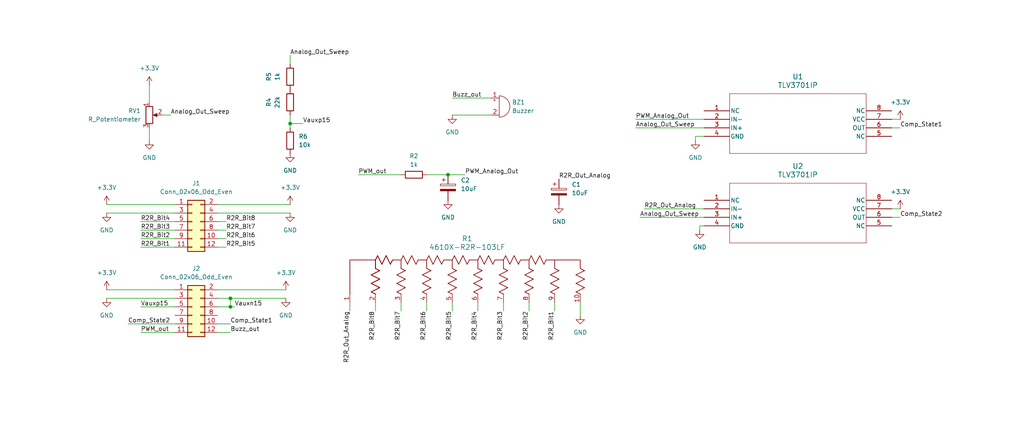
<source format=kicad_sch>
(kicad_sch (version 20250114) (generator "eeschema") (generator_version "9.0")
  (paper "User" 304.8 127)
  (lib_symbols
    (symbol "4610X-R2R-103LF:4610X-R2R-103LF" (pin_names (offset 0.254))
      (property "Reference" "R" (at 30.48 20.32 0))
      (property "Value" "4610X-R2R-103LF" (at 30.48 17.78 0))
      (symbol "4610X-R2R-103LF_0_1"
        (polyline (pts (xy 0 12.7) (xy 7.62 12.7)) (stroke (width 0.2032)))
        (polyline (pts (xy 0 2.54) (xy 0 12.7)) (stroke (width 0.2032)))
        (polyline (pts (xy 6.35 8.255) (xy 8.89 6.985)) (stroke (width 0.2032)))
        (polyline (pts (xy 6.35 8.255) (xy 8.89 6.985)) (stroke (width 0.2032)))
        (polyline (pts (xy 6.35 5.715) (xy 8.89 4.445)) (stroke (width 0.2032)))
        (polyline (pts (xy 6.35 5.715) (xy 8.89 4.445)) (stroke (width 0.2032)))
        (polyline (pts (xy 6.35 3.175) (xy 7.62 2.54)) (stroke (width 0.2032)))
        (polyline (pts (xy 6.35 3.175) (xy 7.62 2.54)) (stroke (width 0.2032)))
        (polyline (pts (xy 7.62 12.7) (xy 7.62 10.16)) (stroke (width 0.2032)))
        (polyline (pts (xy 7.62 12.7) (xy 7.62 10.16)) (stroke (width 0.2032)))
        (polyline (pts (xy 7.62 12.7) (xy 8.255 13.97)) (stroke (width 0.2032)))
        (polyline (pts (xy 7.62 12.7) (xy 8.255 13.97)) (stroke (width 0.2032)))
        (polyline (pts (xy 7.62 10.16) (xy 8.89 9.525)) (stroke (width 0.2032)))
        (polyline (pts (xy 7.62 10.16) (xy 8.89 9.525)) (stroke (width 0.2032)))
        (polyline (pts (xy 8.255 13.97) (xy 9.525 11.43)) (stroke (width 0.2032)))
        (polyline (pts (xy 8.255 13.97) (xy 9.525 11.43)) (stroke (width 0.2032)))
        (polyline (pts (xy 8.89 9.525) (xy 6.35 8.255)) (stroke (width 0.2032)))
        (polyline (pts (xy 8.89 9.525) (xy 6.35 8.255)) (stroke (width 0.2032)))
        (polyline (pts (xy 8.89 6.985) (xy 6.35 5.715)) (stroke (width 0.2032)))
        (polyline (pts (xy 8.89 6.985) (xy 6.35 5.715)) (stroke (width 0.2032)))
        (polyline (pts (xy 8.89 4.445) (xy 6.35 3.175)) (stroke (width 0.2032)))
        (polyline (pts (xy 8.89 4.445) (xy 6.35 3.175)) (stroke (width 0.2032)))
        (polyline (pts (xy 9.525 11.43) (xy 10.795 13.97)) (stroke (width 0.2032)))
        (polyline (pts (xy 9.525 11.43) (xy 10.795 13.97)) (stroke (width 0.2032)))
        (polyline (pts (xy 10.795 13.97) (xy 12.065 11.43)) (stroke (width 0.2032)))
        (polyline (pts (xy 10.795 13.97) (xy 12.065 11.43)) (stroke (width 0.2032)))
        (polyline (pts (xy 12.065 11.43) (xy 12.7 12.7)) (stroke (width 0.2032)))
        (polyline (pts (xy 12.065 11.43) (xy 12.7 12.7)) (stroke (width 0.2032)))
        (polyline (pts (xy 12.7 12.7) (xy 15.24 12.7)) (stroke (width 0.2032)))
        (polyline (pts (xy 13.97 8.255) (xy 16.51 6.985)) (stroke (width 0.2032)))
        (polyline (pts (xy 13.97 5.715) (xy 16.51 4.445)) (stroke (width 0.2032)))
        (polyline (pts (xy 13.97 3.175) (xy 15.24 2.54)) (stroke (width 0.2032)))
        (polyline (pts (xy 15.24 12.7) (xy 15.24 10.16)) (stroke (width 0.2032)))
        (polyline (pts (xy 15.24 12.7) (xy 15.875 13.97)) (stroke (width 0.2032)))
        (polyline (pts (xy 15.24 10.16) (xy 16.51 9.525)) (stroke (width 0.2032)))
        (polyline (pts (xy 15.875 13.97) (xy 17.145 11.43)) (stroke (width 0.2032)))
        (polyline (pts (xy 16.51 9.525) (xy 13.97 8.255)) (stroke (width 0.2032)))
        (polyline (pts (xy 16.51 6.985) (xy 13.97 5.715)) (stroke (width 0.2032)))
        (polyline (pts (xy 16.51 4.445) (xy 13.97 3.175)) (stroke (width 0.2032)))
        (polyline (pts (xy 17.145 11.43) (xy 18.415 13.97)) (stroke (width 0.2032)))
        (polyline (pts (xy 18.415 13.97) (xy 19.685 11.43)) (stroke (width 0.2032)))
        (polyline (pts (xy 19.685 11.43) (xy 20.32 12.7)) (stroke (width 0.2032)))
        (polyline (pts (xy 20.32 12.7) (xy 22.86 12.7)) (stroke (width 0.2032)))
        (polyline (pts (xy 21.59 8.255) (xy 24.13 6.985)) (stroke (width 0.2032)))
        (polyline (pts (xy 21.59 5.715) (xy 24.13 4.445)) (stroke (width 0.2032)))
        (polyline (pts (xy 21.59 3.175) (xy 22.86 2.54)) (stroke (width 0.2032)))
        (polyline (pts (xy 22.86 12.7) (xy 22.86 10.16)) (stroke (width 0.2032)))
        (polyline (pts (xy 22.86 12.7) (xy 23.495 13.97)) (stroke (width 0.2032)))
        (polyline (pts (xy 22.86 10.16) (xy 24.13 9.525)) (stroke (width 0.2032)))
        (polyline (pts (xy 23.495 13.97) (xy 24.765 11.43)) (stroke (width 0.2032)))
        (polyline (pts (xy 24.13 9.525) (xy 21.59 8.255)) (stroke (width 0.2032)))
        (polyline (pts (xy 24.13 6.985) (xy 21.59 5.715)) (stroke (width 0.2032)))
        (polyline (pts (xy 24.13 4.445) (xy 21.59 3.175)) (stroke (width 0.2032)))
        (polyline (pts (xy 24.765 11.43) (xy 26.035 13.97)) (stroke (width 0.2032)))
        (polyline (pts (xy 26.035 13.97) (xy 27.305 11.43)) (stroke (width 0.2032)))
        (polyline (pts (xy 27.305 11.43) (xy 27.94 12.7)) (stroke (width 0.2032)))
        (polyline (pts (xy 27.94 12.7) (xy 30.48 12.7)) (stroke (width 0.2032)))
        (polyline (pts (xy 29.21 8.255) (xy 31.75 6.985)) (stroke (width 0.2032)))
        (polyline (pts (xy 29.21 5.715) (xy 31.75 4.445)) (stroke (width 0.2032)))
        (polyline (pts (xy 29.21 3.175) (xy 30.48 2.54)) (stroke (width 0.2032)))
        (polyline (pts (xy 30.48 12.7) (xy 30.48 10.16)) (stroke (width 0.2032)))
        (polyline (pts (xy 30.48 12.7) (xy 31.115 13.97)) (stroke (width 0.2032)))
        (polyline (pts (xy 30.48 10.16) (xy 31.75 9.525)) (stroke (width 0.2032)))
        (polyline (pts (xy 31.115 13.97) (xy 32.385 11.43)) (stroke (width 0.2032)))
        (polyline (pts (xy 31.75 9.525) (xy 29.21 8.255)) (stroke (width 0.2032)))
        (polyline (pts (xy 31.75 6.985) (xy 29.21 5.715)) (stroke (width 0.2032)))
        (polyline (pts (xy 31.75 4.445) (xy 29.21 3.175)) (stroke (width 0.2032)))
        (polyline (pts (xy 32.385 11.43) (xy 33.655 13.97)) (stroke (width 0.2032)))
        (polyline (pts (xy 33.655 13.97) (xy 34.925 11.43)) (stroke (width 0.2032)))
        (polyline (pts (xy 34.925 11.43) (xy 35.56 12.7)) (stroke (width 0.2032)))
        (polyline (pts (xy 35.56 12.7) (xy 38.1 12.7)) (stroke (width 0.2032)))
        (polyline (pts (xy 36.83 8.255) (xy 39.37 6.985)) (stroke (width 0.2032)))
        (polyline (pts (xy 36.83 5.715) (xy 39.37 4.445)) (stroke (width 0.2032)))
        (polyline (pts (xy 36.83 3.175) (xy 38.1 2.54)) (stroke (width 0.2032)))
        (polyline (pts (xy 38.1 12.7) (xy 38.1 10.16)) (stroke (width 0.2032)))
        (polyline (pts (xy 38.1 12.7) (xy 38.735 13.97)) (stroke (width 0.2032)))
        (polyline (pts (xy 38.1 10.16) (xy 39.37 9.525)) (stroke (width 0.2032)))
        (polyline (pts (xy 38.735 13.97) (xy 40.005 11.43)) (stroke (width 0.2032)))
        (polyline (pts (xy 39.37 9.525) (xy 36.83 8.255)) (stroke (width 0.2032)))
        (polyline (pts (xy 39.37 6.985) (xy 36.83 5.715)) (stroke (width 0.2032)))
        (polyline (pts (xy 39.37 4.445) (xy 36.83 3.175)) (stroke (width 0.2032)))
        (polyline (pts (xy 40.005 11.43) (xy 41.275 13.97)) (stroke (width 0.2032)))
        (polyline (pts (xy 41.275 13.97) (xy 42.545 11.43)) (stroke (width 0.2032)))
        (polyline (pts (xy 42.545 11.43) (xy 43.18 12.7)) (stroke (width 0.2032)))
        (polyline (pts (xy 43.18 12.7) (xy 45.72 12.7)) (stroke (width 0.2032)))
        (polyline (pts (xy 44.45 8.255) (xy 46.99 6.985)) (stroke (width 0.2032)))
        (polyline (pts (xy 44.45 5.715) (xy 46.99 4.445)) (stroke (width 0.2032)))
        (polyline (pts (xy 44.45 3.175) (xy 45.72 2.54)) (stroke (width 0.2032)))
        (polyline (pts (xy 45.72 12.7) (xy 45.72 10.16)) (stroke (width 0.2032)))
        (polyline (pts (xy 45.72 12.7) (xy 46.355 13.97)) (stroke (width 0.2032)))
        (polyline (pts (xy 45.72 10.16) (xy 46.99 9.525)) (stroke (width 0.2032)))
        (polyline (pts (xy 46.355 13.97) (xy 47.625 11.43)) (stroke (width 0.2032)))
        (polyline (pts (xy 46.99 9.525) (xy 44.45 8.255)) (stroke (width 0.2032)))
        (polyline (pts (xy 46.99 6.985) (xy 44.45 5.715)) (stroke (width 0.2032)))
        (polyline (pts (xy 46.99 4.445) (xy 44.45 3.175)) (stroke (width 0.2032)))
        (polyline (pts (xy 47.625 11.43) (xy 48.895 13.97)) (stroke (width 0.2032)))
        (polyline (pts (xy 48.895 13.97) (xy 50.165 11.43)) (stroke (width 0.2032)))
        (polyline (pts (xy 50.165 11.43) (xy 50.8 12.7)) (stroke (width 0.2032)))
        (polyline (pts (xy 50.8 12.7) (xy 53.34 12.7)) (stroke (width 0.2032)))
        (polyline (pts (xy 52.07 8.255) (xy 54.61 6.985)) (stroke (width 0.2032)))
        (polyline (pts (xy 52.07 5.715) (xy 54.61 4.445)) (stroke (width 0.2032)))
        (polyline (pts (xy 52.07 3.175) (xy 53.34 2.54)) (stroke (width 0.2032)))
        (polyline (pts (xy 53.34 12.7) (xy 53.34 10.16)) (stroke (width 0.2032)))
        (polyline (pts (xy 53.34 12.7) (xy 53.975 13.97)) (stroke (width 0.2032)))
        (polyline (pts (xy 53.34 10.16) (xy 54.61 9.525)) (stroke (width 0.2032)))
        (polyline (pts (xy 53.975 13.97) (xy 55.245 11.43)) (stroke (width 0.2032)))
        (polyline (pts (xy 54.61 9.525) (xy 52.07 8.255)) (stroke (width 0.2032)))
        (polyline (pts (xy 54.61 6.985) (xy 52.07 5.715)) (stroke (width 0.2032)))
        (polyline (pts (xy 54.61 4.445) (xy 52.07 3.175)) (stroke (width 0.2032)))
        (polyline (pts (xy 55.245 11.43) (xy 56.515 13.97)) (stroke (width 0.2032)))
        (polyline (pts (xy 56.515 13.97) (xy 57.785 11.43)) (stroke (width 0.2032)))
        (polyline (pts (xy 57.785 11.43) (xy 58.42 12.7)) (stroke (width 0.2032)))
        (polyline (pts (xy 58.42 12.7) (xy 60.96 12.7)) (stroke (width 0.2032)))
        (polyline (pts (xy 59.69 8.255) (xy 62.23 6.985)) (stroke (width 0.2032)))
        (polyline (pts (xy 59.69 5.715) (xy 62.23 4.445)) (stroke (width 0.2032)))
        (polyline (pts (xy 59.69 3.175) (xy 60.96 2.54)) (stroke (width 0.2032)))
        (polyline (pts (xy 60.96 12.7) (xy 60.96 10.16)) (stroke (width 0.2032)))
        (polyline (pts (xy 60.96 12.7) (xy 68.58 12.7)) (stroke (width 0.2032)))
        (polyline (pts (xy 60.96 10.16) (xy 62.23 9.525)) (stroke (width 0.2032)))
        (polyline (pts (xy 62.23 9.525) (xy 59.69 8.255)) (stroke (width 0.2032)))
        (polyline (pts (xy 62.23 6.985) (xy 59.69 5.715)) (stroke (width 0.2032)))
        (polyline (pts (xy 62.23 4.445) (xy 59.69 3.175)) (stroke (width 0.2032)))
        (polyline (pts (xy 67.31 8.255) (xy 69.85 6.985)) (stroke (width 0.2032)))
        (polyline (pts (xy 67.31 5.715) (xy 69.85 4.445)) (stroke (width 0.2032)))
        (polyline (pts (xy 67.31 3.175) (xy 68.58 2.54)) (stroke (width 0.2032)))
        (polyline (pts (xy 68.58 12.7) (xy 68.58 10.16)) (stroke (width 0.2032)))
        (polyline (pts (xy 68.58 10.16) (xy 69.85 9.525)) (stroke (width 0.2032)))
        (polyline (pts (xy 69.85 9.525) (xy 67.31 8.255)) (stroke (width 0.2032)))
        (polyline (pts (xy 69.85 6.985) (xy 67.31 5.715)) (stroke (width 0.2032)))
        (polyline (pts (xy 69.85 4.445) (xy 67.31 3.175)) (stroke (width 0.2032)))
        (pin unspecified line (at 0 0 90) (length 2.54) (name "") (number "1"))
        (pin unspecified line (at 7.62 0 90) (length 2.54) (name "") (number "2"))
        (pin unspecified line (at 15.24 0 90) (length 2.54) (name "") (number "3"))
        (pin unspecified line (at 22.86 0 90) (length 2.54) (name "") (number "4"))
        (pin unspecified line (at 30.48 0 90) (length 2.54) (name "") (number "5"))
        (pin unspecified line (at 38.1 0 90) (length 2.54) (name "") (number "6"))
        (pin unspecified line (at 45.72 0 90) (length 2.54) (name "") (number "7"))
        (pin unspecified line (at 53.34 0 90) (length 2.54) (name "") (number "8"))
        (pin unspecified line (at 60.96 0 90) (length 2.54) (name "") (number "9"))
        (pin unspecified line (at 68.58 0 90) (length 2.54) (name "") (number "10"))
      )
    )
    (symbol "Connector_Generic:Conn_02x06_Odd_Even" (pin_names (offset 1.016) (hide yes))
      (property "Reference" "J" (at 1.27 7.62 0))
      (property "Value" "Conn_02x06_Odd_Even" (at 1.27 -10.16 0))
      (symbol "Conn_02x06_Odd_Even_1_1"
        (rectangle (start -1.27 6.35) (end 3.81 -8.89) (stroke (width 0.254)) (fill (type background)))
        (rectangle (start -1.27 5.207) (end 0 4.953) (stroke (width 0.1524)))
        (rectangle (start -1.27 2.667) (end 0 2.413) (stroke (width 0.1524)))
        (rectangle (start -1.27 0.127) (end 0 -0.127) (stroke (width 0.1524)))
        (rectangle (start -1.27 -2.413) (end 0 -2.667) (stroke (width 0.1524)))
        (rectangle (start -1.27 -4.953) (end 0 -5.207) (stroke (width 0.1524)))
        (rectangle (start -1.27 -7.493) (end 0 -7.747) (stroke (width 0.1524)))
        (rectangle (start 3.81 5.207) (end 2.54 4.953) (stroke (width 0.1524)))
        (rectangle (start 3.81 2.667) (end 2.54 2.413) (stroke (width 0.1524)))
        (rectangle (start 3.81 0.127) (end 2.54 -0.127) (stroke (width 0.1524)))
        (rectangle (start 3.81 -2.413) (end 2.54 -2.667) (stroke (width 0.1524)))
        (rectangle (start 3.81 -4.953) (end 2.54 -5.207) (stroke (width 0.1524)))
        (rectangle (start 3.81 -7.493) (end 2.54 -7.747) (stroke (width 0.1524)))
        (pin passive line (at -5.08 5.08 0) (length 3.81) (name "Pin_1") (number "1"))
        (pin passive line (at -5.08 2.54 0) (length 3.81) (name "Pin_3") (number "3"))
        (pin passive line (at -5.08 0 0) (length 3.81) (name "Pin_5") (number "5"))
        (pin passive line (at -5.08 -2.54 0) (length 3.81) (name "Pin_7") (number "7"))
        (pin passive line (at -5.08 -5.08 0) (length 3.81) (name "Pin_9") (number "9"))
        (pin passive line (at -5.08 -7.62 0) (length 3.81) (name "Pin_11") (number "11"))
        (pin passive line (at 7.62 5.08 180) (length 3.81) (name "Pin_2") (number "2"))
        (pin passive line (at 7.62 2.54 180) (length 3.81) (name "Pin_4") (number "4"))
        (pin passive line (at 7.62 0 180) (length 3.81) (name "Pin_6") (number "6"))
        (pin passive line (at 7.62 -2.54 180) (length 3.81) (name "Pin_8") (number "8"))
        (pin passive line (at 7.62 -5.08 180) (length 3.81) (name "Pin_10") (number "10"))
        (pin passive line (at 7.62 -7.62 180) (length 3.81) (name "Pin_12") (number "12"))
      )
    )
    (symbol "Device:Buzzer" (pin_names (offset 0.0254) (hide yes))
      (property "Reference" "BZ" (at 3.81 1.27 0))
      (property "Value" "Buzzer" (at 3.81 -1.27 0))
      (symbol "Buzzer_0_1"
        (polyline (pts (xy -1.651 1.905) (xy -1.143 1.905)))
        (polyline (pts (xy -1.397 2.159) (xy -1.397 1.651)))
        (arc (start 0 3.175) (mid 3.1612 0) (end 0 -3.175))
        (polyline (pts (xy 0 3.175) (xy 0 -3.175)))
      )
      (symbol "Buzzer_1_1"
        (pin passive line (at -2.54 2.54 0) (length 2.54) (name "+") (number "1"))
        (pin passive line (at -2.54 -2.54 0) (length 2.54) (name "-") (number "2"))
      )
    )
    (symbol "Device:C_Polarized" (pin_numbers (hide yes)) (pin_names (offset 0.254))
      (property "Reference" "C" (at 0.635 2.54 0))
      (property "Value" "C_Polarized" (at 0.635 -2.54 0))
      (symbol "C_Polarized_0_1"
        (rectangle (start -2.286 0.508) (end 2.286 1.016))
        (polyline (pts (xy -1.778 2.286) (xy -0.762 2.286)))
        (polyline (pts (xy -1.27 2.794) (xy -1.27 1.778)))
        (rectangle (start 2.286 -0.508) (end -2.286 -1.016) (fill (type outline)))
      )
      (symbol "C_Polarized_1_1"
        (pin passive line (at 0 3.81 270) (length 2.794) (name "~") (number "1"))
        (pin passive line (at 0 -3.81 90) (length 2.794) (name "~") (number "2"))
      )
    )
    (symbol "Device:R" (pin_numbers (hide yes)) (pin_names (offset 0))
      (property "Reference" "R" (at 2.032 0 90))
      (property "Value" "R" (at 0 0 90))
      (symbol "R_0_1"
        (rectangle (start -1.016 -2.54) (end 1.016 2.54) (stroke (width 0.254)))
      )
      (symbol "R_1_1"
        (pin passive line (at 0 3.81 270) (length 1.27) (name "~") (number "1"))
        (pin passive line (at 0 -3.81 90) (length 1.27) (name "~") (number "2"))
      )
    )
    (symbol "Device:R_Potentiometer" (pin_names (offset 1.016) (hide yes))
      (property "Reference" "RV" (at -4.445 0 90))
      (property "Value" "R_Potentiometer" (at -2.54 0 90))
      (symbol "R_Potentiometer_0_1"
        (rectangle (start 1.016 2.54) (end -1.016 -2.54) (stroke (width 0.254)))
        (polyline (pts (xy 1.143 0) (xy 2.286 0.508) (xy 2.286 -0.508) (xy 1.143 0)) (fill (type outline)))
        (polyline (pts (xy 2.54 0) (xy 1.524 0)))
      )
      (symbol "R_Potentiometer_1_1"
        (pin passive line (at 0 3.81 270) (length 1.27) (name "1") (number "1"))
        (pin passive line (at 0 -3.81 90) (length 1.27) (name "3") (number "3"))
        (pin passive line (at 3.81 0 180) (length 1.27) (name "2") (number "2"))
      )
    )
    (symbol "TLV3701:TLV3701IP" (pin_names (offset 0.254))
      (property "Reference" "U" (at 27.94 10.16 0))
      (property "Value" "TLV3701IP" (at 27.94 7.62 0))
      (symbol "TLV3701IP_0_1"
        (polyline (pts (xy 7.62 5.08) (xy 7.62 -12.7)) (stroke (width 0.127)))
        (polyline (pts (xy 7.62 -12.7) (xy 48.26 -12.7)) (stroke (width 0.127)))
        (polyline (pts (xy 48.26 5.08) (xy 7.62 5.08)) (stroke (width 0.127)))
        (polyline (pts (xy 48.26 -12.7) (xy 48.26 5.08)) (stroke (width 0.127)))
        (pin unspecified line (at 0 0 0) (length 7.62) (name "NC") (number "1"))
        (pin input line (at 0 -2.54 0) (length 7.62) (name "IN-") (number "2"))
        (pin input line (at 0 -5.08 0) (length 7.62) (name "IN+") (number "3"))
        (pin power_in line (at 0 -7.62 0) (length 7.62) (name "GND") (number "4"))
        (pin unspecified line (at 55.88 0 180) (length 7.62) (name "NC") (number "8"))
        (pin power_in line (at 55.88 -2.54 180) (length 7.62) (name "VCC") (number "7"))
        (pin output line (at 55.88 -5.08 180) (length 7.62) (name "OUT") (number "6"))
        (pin unspecified line (at 55.88 -7.62 180) (length 7.62) (name "NC") (number "5"))
      )
    )
    (symbol "power:+3.3V" (power) (pin_numbers (hide yes)) (pin_names (offset 0) (hide yes))
      (property "Value" "+3.3V" (at 0 3.556 0))
      (symbol "+3.3V_0_1"
        (polyline (pts (xy -0.762 1.27) (xy 0 2.54)))
        (polyline (pts (xy 0 2.54) (xy 0.762 1.27)))
        (polyline (pts (xy 0 0) (xy 0 2.54)))
      )
      (symbol "+3.3V_1_1"
        (pin power_in line (at 0 0 90) (length 0) (name "~") (number "1"))
      )
    )
    (symbol "power:GND" (power) (pin_numbers (hide yes)) (pin_names (offset 0) (hide yes))
      (property "Value" "GND" (at 0 -3.81 0))
      (symbol "GND_0_1"
        (polyline (pts (xy 0 0) (xy 0 -1.27) (xy 1.27 -1.27) (xy 0 -2.54) (xy -1.27 -1.27) (xy 0 -1.27)))
      )
      (symbol "GND_1_1"
        (pin power_in line (at 0 0 270) (length 0) (name "~") (number "1"))
      )
    )
  )
  (junction (at 68.58 88.9))
  (junction (at 86.36 36.83))
  (junction (at 68.58 91.44))
  (junction (at 133.35 52.07))
  (wire (pts (xy 44.45 38.1) (xy 44.45 41.91)))
  (wire (pts (xy 208.28 67.31) (xy 209.55 67.31)))
  (wire (pts (xy 111.76 90.17) (xy 111.76 92.71)))
  (wire (pts (xy 265.43 64.77) (xy 267.97 64.77)))
  (wire (pts (xy 119.38 90.17) (xy 119.38 92.71)))
  (wire (pts (xy 31.75 63.5) (xy 52.07 63.5)))
  (wire (pts (xy 265.43 35.56) (xy 267.97 35.56)))
  (wire (pts (xy 86.36 16.51) (xy 86.36 19.05)))
  (wire (pts (xy 68.58 88.9) (xy 85.09 88.9)))
  (wire (pts (xy 134.62 29.21) (xy 146.05 29.21)))
  (wire (pts (xy 68.58 91.44) (xy 69.85 91.44)))
  (wire (pts (xy 265.43 62.23) (xy 267.97 62.23)))
  (wire (pts (xy 41.91 71.12) (xy 52.07 71.12)))
  (wire (pts (xy 208.28 68.58) (xy 208.28 67.31)))
  (wire (pts (xy 41.91 68.58) (xy 52.07 68.58)))
  (wire (pts (xy 265.43 38.1) (xy 267.97 38.1)))
  (wire (pts (xy 134.62 90.17) (xy 134.62 92.71)))
  (wire (pts (xy 64.77 66.04) (xy 67.31 66.04)))
  (wire (pts (xy 189.23 38.1) (xy 209.55 38.1)))
  (wire (pts (xy 64.77 86.36) (xy 85.09 86.36)))
  (wire (pts (xy 41.91 91.44) (xy 52.07 91.44)))
  (wire (pts (xy 64.77 96.52) (xy 68.58 96.52)))
  (wire (pts (xy 104.14 90.17) (xy 104.14 92.71)))
  (wire (pts (xy 157.48 90.17) (xy 157.48 92.71)))
  (wire (pts (xy 172.72 90.17) (xy 172.72 93.98)))
  (wire (pts (xy 64.77 63.5) (xy 86.36 63.5)))
  (wire (pts (xy 38.1 96.52) (xy 52.07 96.52)))
  (wire (pts (xy 64.77 99.06) (xy 68.58 99.06)))
  (wire (pts (xy 31.75 60.96) (xy 52.07 60.96)))
  (wire (pts (xy 64.77 60.96) (xy 86.36 60.96)))
  (wire (pts (xy 207.01 41.91) (xy 207.01 40.64)))
  (wire (pts (xy 86.36 36.83) (xy 86.36 38.1)))
  (wire (pts (xy 31.75 88.9) (xy 52.07 88.9)))
  (wire (pts (xy 142.24 90.17) (xy 142.24 92.71)))
  (wire (pts (xy 127 52.07) (xy 133.35 52.07)))
  (wire (pts (xy 207.01 40.64) (xy 209.55 40.64)))
  (wire (pts (xy 127 90.17) (xy 127 92.71)))
  (wire (pts (xy 64.77 88.9) (xy 68.58 88.9)))
  (wire (pts (xy 41.91 66.04) (xy 52.07 66.04)))
  (wire (pts (xy 149.86 90.17) (xy 149.86 92.71)))
  (wire (pts (xy 64.77 68.58) (xy 67.31 68.58)))
  (wire (pts (xy 64.77 71.12) (xy 67.31 71.12)))
  (wire (pts (xy 41.91 73.66) (xy 52.07 73.66)))
  (wire (pts (xy 64.77 73.66) (xy 67.31 73.66)))
  (wire (pts (xy 31.75 86.36) (xy 52.07 86.36)))
  (wire (pts (xy 106.68 52.07) (xy 119.38 52.07)))
  (wire (pts (xy 190.5 64.77) (xy 209.55 64.77)))
  (wire (pts (xy 133.35 52.07) (xy 138.43 52.07)))
  (wire (pts (xy 165.1 90.17) (xy 165.1 92.71)))
  (wire (pts (xy 189.23 35.56) (xy 209.55 35.56)))
  (wire (pts (xy 48.26 34.29) (xy 50.8 34.29)))
  (wire (pts (xy 68.58 88.9) (xy 68.58 91.44)))
  (wire (pts (xy 134.62 34.29) (xy 146.05 34.29)))
  (wire (pts (xy 86.36 34.29) (xy 86.36 36.83)))
  (wire (pts (xy 64.77 91.44) (xy 68.58 91.44)))
  (wire (pts (xy 191.77 62.23) (xy 209.55 62.23)))
  (wire (pts (xy 44.45 25.4) (xy 44.45 30.48)))
  (wire (pts (xy 86.36 36.83) (xy 90.17 36.83)))
  (wire (pts (xy 41.91 99.06) (xy 52.07 99.06)))
  (label "Comp_State2" (at 38.1 96.52 0))
  (label "Comp_State2" (at 267.97 64.77 0))
  (label "R2R_Bit7" (at 119.38 92.71 270))
  (label "Buzz_out" (at 68.58 99.06 0))
  (label "R2R_Bit5" (at 67.31 73.66 0))
  (label "R2R_Bit2" (at 157.48 92.71 270))
  (label "Analog_Out_Sweep" (at 50.8 34.29 0))
  (label "Buzz_out" (at 134.62 29.21 0))
  (label "Analog_Out_Sweep" (at 189.23 38.1 0))
  (label "PWM_Analog_Out" (at 138.43 52.07 0))
  (label "R2R_Bit6" (at 67.31 71.12 0))
  (label "R2R_Out_Analog" (at 166.37 53.34 0))
  (label "R2R_Bit8" (at 111.76 92.71 270))
  (label "R2R_Bit1" (at 165.1 92.71 270))
  (label "R2R_Bit4" (at 41.91 66.04 0))
  (label "R2R_Bit6" (at 127 92.71 270))
  (label "Analog_Out_Sweep" (at 86.36 16.51 0))
  (label "PWM_out" (at 41.91 99.06 0))
  (label "Vauxp15" (at 41.91 91.44 0))
  (label "R2R_Bit8" (at 67.31 66.04 0))
  (label "R2R_Bit5" (at 134.62 92.71 270))
  (label "R2R_Bit7" (at 67.31 68.58 0))
  (label "R2R_Out_Analog" (at 191.77 62.23 0))
  (label "Analog_Out_Sweep" (at 190.5 64.77 0))
  (label "PWM_out" (at 106.68 52.07 0))
  (label "Comp_State1" (at 68.58 96.52 0))
  (label "Vauxn15" (at 69.85 91.44 0))
  (label "R2R_Bit3" (at 149.86 92.71 270))
  (label "R2R_Bit3" (at 41.91 68.58 0))
  (label "R2R_Bit1" (at 41.91 73.66 0))
  (label "R2R_Out_Analog" (at 104.14 92.71 270))
  (label "Comp_State1" (at 267.97 38.1 0))
  (label "Vauxp15" (at 90.17 36.83 0))
  (label "R2R_Bit4" (at 142.24 92.71 270))
  (label "PWM_Analog_Out" (at 189.23 35.56 0))
  (label "R2R_Bit2" (at 41.91 71.12 0))
  (symbol (lib_id "Device:R") (at 86.36 41.91 0) (unit 1)
    (property "Reference" "R6" (at 88.9 40.6399 0) (effects (justify left)))
    (property "Value" "10k" (at 88.9 43.1799 0) (effects (justify left)))
    (property "Footprint" "Resistor_THT:R_Axial_DIN0309_L9.0mm_D3.2mm_P12.70mm_Horizontal" (effects (hide yes)))
    (property "Description" "Resistor" (effects (hide yes)))
  )
  (symbol (lib_id "power:+3.3V") (at 267.97 62.23 0) (unit 1)
    (property "Reference" "#PWR012" (effects (hide yes)))
    (property "Value" "+3.3V" (at 267.97 57.15 0))
    (property "Description" "Power symbol creates a global label with name \"+3.3V\"" (effects (hide yes)))
  )
  (symbol (lib_id "power:GND") (at 172.72 93.98 0) (unit 1)
    (property "Reference" "#PWR011" (effects (hide yes)))
    (property "Value" "GND" (at 172.72 99.06 0))
    (property "Description" "Power symbol creates a global label with name \"GND\" , ground" (effects (hide yes)))
  )
  (symbol (lib_id "4610X-R2R-103LF:4610X-R2R-103LF") (at 104.14 90.17 0) (unit 1)
    (property "Reference" "R1" (at 139.065 71.12 0) (effects (font (size 1.524 1.524))))
    (property "Value" "4610X-R2R-103LF" (at 139.065 73.66 0) (effects (font (size 1.524 1.524))))
    (property "Footprint" "4610X-R2R-103LF:BO_4610X" (effects (hide yes)))
    (property "Datasheet" "4610X-R2R-103LF" (effects (hide yes)))
  )
  (symbol (lib_id "power:GND") (at 44.45 41.91 0) (unit 1)
    (property "Reference" "#PWR02" (effects (hide yes)))
    (property "Value" "GND" (at 44.45 46.99 0))
    (property "Description" "Power symbol creates a global label with name \"GND\" , ground" (effects (hide yes)))
  )
  (symbol (lib_id "Connector_Generic:Conn_02x06_Odd_Even") (at 57.15 91.44 0) (unit 1)
    (property "Reference" "J2" (at 58.42 80.01 0))
    (property "Value" "Conn_02x06_Odd_Even" (at 58.42 82.55 0))
    (property "Footprint" "Connector_PinHeader_2.54mm:PinHeader_2x06_P2.54mm_Horizontal" (effects (hide yes)))
    (property "Description" "Generic connector, double row, 02x06, odd/even pin numbering scheme (row 1 odd numbers, row 2 even numbers), script generated (kicad-library-utils/schlib/autogen/connector/)" (effects (hide yes)))
  )
  (symbol (lib_id "power:+3.3V") (at 86.36 60.96 0) (unit 1)
    (property "Reference" "#PWR06" (effects (hide yes)))
    (property "Value" "+3.3V" (at 86.36 55.88 0))
    (property "Description" "Power symbol creates a global label with name \"+3.3V\"" (effects (hide yes)))
  )
  (symbol (lib_id "Device:R") (at 123.19 52.07 270) (unit 1)
    (property "Reference" "R2" (at 123.19 46.4997 90))
    (property "Value" "1k" (at 123.19 49.0397 90))
    (property "Footprint" "Resistor_THT:R_Axial_DIN0309_L9.0mm_D3.2mm_P12.70mm_Horizontal" (effects (hide yes)))
    (property "Description" "Resistor" (effects (hide yes)))
  )
  (symbol (lib_id "power:GND") (at 86.36 63.5 0) (unit 1)
    (property "Reference" "#PWR08" (effects (hide yes)))
    (property "Value" "GND" (at 86.36 68.58 0))
    (property "Description" "Power symbol creates a global label with name \"GND\" , ground" (effects (hide yes)))
  )
  (symbol (lib_id "Device:R_Potentiometer") (at 44.45 34.29 0) (unit 1)
    (property "Reference" "RV1" (at 41.91 33.0199 0) (effects (justify right)))
    (property "Value" "R_Potentiometer" (at 41.91 35.5599 0) (effects (justify right)))
    (property "Footprint" "Potentiometer_THT:Potentiometer_Vishay_148-149_Single_Vertical" (effects (hide yes)))
    (property "Description" "Potentiometer" (effects (hide yes)))
  )
  (symbol (lib_id "power:GND") (at 133.35 59.69 0) (unit 1)
    (property "Reference" "#PWR017" (effects (hide yes)))
    (property "Value" "GND" (at 133.35 64.77 0))
    (property "Description" "Power symbol creates a global label with name \"GND\" , ground" (effects (hide yes)))
  )
  (symbol (lib_id "Device:R") (at 86.36 30.48 180) (unit 1)
    (property "Reference" "R4" (at 80.01 30.48 90))
    (property "Value" "22k" (at 82.55 30.48 90))
    (property "Footprint" "Resistor_THT:R_Axial_DIN0309_L9.0mm_D3.2mm_P12.70mm_Horizontal" (effects (hide yes)))
    (property "Description" "Resistor" (effects (hide yes)))
  )
  (symbol (lib_id "power:+3.3V") (at 31.75 86.36 0) (unit 1)
    (property "Reference" "#PWR03" (effects (hide yes)))
    (property "Value" "+3.3V" (at 31.75 81.28 0))
    (property "Description" "Power symbol creates a global label with name \"+3.3V\"" (effects (hide yes)))
  )
  (symbol (lib_id "Connector_Generic:Conn_02x06_Odd_Even") (at 57.15 66.04 0) (unit 1)
    (property "Reference" "J1" (at 58.42 54.61 0))
    (property "Value" "Conn_02x06_Odd_Even" (at 58.42 57.15 0))
    (property "Footprint" "Connector_PinHeader_2.54mm:PinHeader_2x06_P2.54mm_Horizontal" (effects (hide yes)))
    (property "Description" "Generic connector, double row, 02x06, odd/even pin numbering scheme (row 1 odd numbers, row 2 even numbers), script generated (kicad-library-utils/schlib/autogen/connector/)" (effects (hide yes)))
  )
  (symbol (lib_id "Device:C_Polarized") (at 133.35 55.88 0) (unit 1)
    (property "Reference" "C2" (at 137.16 53.7209 0) (effects (justify left)))
    (property "Value" "10uF" (at 137.16 56.2609 0) (effects (justify left)))
    (property "Footprint" "Capacitor_THT:CP_Radial_D5.0mm_P2.50mm" (effects (hide yes)))
    (property "Description" "Polarized capacitor" (effects (hide yes)))
  )
  (symbol (lib_id "power:GND") (at 208.28 68.58 0) (unit 1)
    (property "Reference" "#PWR013" (effects (hide yes)))
    (property "Value" "GND" (at 208.28 73.66 0))
    (property "Description" "Power symbol creates a global label with name \"GND\" , ground" (effects (hide yes)))
  )
  (symbol (lib_id "power:GND") (at 86.36 45.72 0) (unit 1)
    (property "Reference" "#PWR018" (effects (hide yes)))
    (property "Value" "GND" (at 86.36 50.8 0))
    (property "Description" "Power symbol creates a global label with name \"GND\" , ground" (effects (hide yes)))
  )
  (symbol (lib_id "Device:Buzzer") (at 148.59 31.75 0) (unit 1)
    (property "Reference" "BZ1" (at 152.4 30.4799 0) (effects (justify left)))
    (property "Value" "Buzzer" (at 152.4 33.0199 0) (effects (justify left)))
    (property "Footprint" "Buzzer_Beeper:Buzzer_12x9.5RM7.6" (effects (hide yes)))
    (property "Description" "Buzzer, polarized" (effects (hide yes)))
  )
  (symbol (lib_id "Device:C_Polarized") (at 166.37 57.15 0) (unit 1)
    (property "Reference" "C1" (at 170.18 54.9909 0) (effects (justify left)))
    (property "Value" "10uF" (at 170.18 57.5309 0) (effects (justify left)))
    (property "Footprint" "Capacitor_THT:CP_Radial_D5.0mm_P2.50mm" (effects (hide yes)))
    (property "Description" "Polarized capacitor" (effects (hide yes)))
  )
  (symbol (lib_id "power:GND") (at 31.75 63.5 0) (unit 1)
    (property "Reference" "#PWR07" (effects (hide yes)))
    (property "Value" "GND" (at 31.75 68.58 0))
    (property "Description" "Power symbol creates a global label with name \"GND\" , ground" (effects (hide yes)))
  )
  (symbol (lib_id "TLV3701:TLV3701IP") (at 209.55 33.02 0) (unit 1)
    (property "Reference" "U1" (at 237.49 22.86 0) (effects (font (size 1.524 1.524))))
    (property "Value" "TLV3701IP" (at 237.49 25.4 0) (effects (font (size 1.524 1.524))))
    (property "Footprint" "TLV3701:P8" (effects (hide yes)))
    (property "Datasheet" "https://www.ti.com/lit/gpn/tlv3701" (effects (hide yes)))
  )
  (symbol (lib_id "power:GND") (at 207.01 41.91 0) (unit 1)
    (property "Reference" "#PWR015" (effects (hide yes)))
    (property "Value" "GND" (at 207.01 46.99 0))
    (property "Description" "Power symbol creates a global label with name \"GND\" , ground" (effects (hide yes)))
  )
  (symbol (lib_id "power:GND") (at 31.75 88.9 0) (unit 1)
    (property "Reference" "#PWR09" (effects (hide yes)))
    (property "Value" "GND" (at 31.75 93.98 0))
    (property "Description" "Power symbol creates a global label with name \"GND\" , ground" (effects (hide yes)))
  )
  (symbol (lib_id "TLV3701:TLV3701IP") (at 209.55 59.69 0) (unit 1)
    (property "Reference" "U2" (at 237.49 49.53 0) (effects (font (size 1.524 1.524))))
    (property "Value" "TLV3701IP" (at 237.49 52.07 0) (effects (font (size 1.524 1.524))))
    (property "Footprint" "TLV3701:P8" (effects (hide yes)))
    (property "Datasheet" "https://www.ti.com/lit/gpn/tlv3701" (effects (hide yes)))
  )
  (symbol (lib_id "Device:R") (at 86.36 22.86 180) (unit 1)
    (property "Reference" "R5" (at 80.01 22.86 90))
    (property "Value" "1k" (at 82.55 22.86 90))
    (property "Footprint" "Resistor_THT:R_Axial_DIN0309_L9.0mm_D3.2mm_P12.70mm_Horizontal" (effects (hide yes)))
    (property "Description" "Resistor" (effects (hide yes)))
  )
  (symbol (lib_id "power:GND") (at 134.62 34.29 0) (unit 1)
    (property "Reference" "#PWR019" (effects (hide yes)))
    (property "Value" "GND" (at 134.62 39.37 0))
    (property "Description" "Power symbol creates a global label with name \"GND\" , ground" (effects (hide yes)))
  )
  (symbol (lib_id "power:+3.3V") (at 31.75 60.96 0) (unit 1)
    (property "Reference" "#PWR05" (effects (hide yes)))
    (property "Value" "+3.3V" (at 31.75 55.88 0))
    (property "Description" "Power symbol creates a global label with name \"+3.3V\"" (effects (hide yes)))
  )
  (symbol (lib_id "power:GND") (at 85.09 88.9 0) (unit 1)
    (property "Reference" "#PWR010" (effects (hide yes)))
    (property "Value" "GND" (at 85.09 93.98 0))
    (property "Description" "Power symbol creates a global label with name \"GND\" , ground" (effects (hide yes)))
  )
  (symbol (lib_id "power:+3.3V") (at 267.97 35.56 0) (unit 1)
    (property "Reference" "#PWR014" (effects (hide yes)))
    (property "Value" "+3.3V" (at 267.97 30.48 0))
    (property "Description" "Power symbol creates a global label with name \"+3.3V\"" (effects (hide yes)))
  )
  (symbol (lib_id "power:GND") (at 166.37 60.96 0) (unit 1)
    (property "Reference" "#PWR016" (effects (hide yes)))
    (property "Value" "GND" (at 166.37 66.04 0))
    (property "Description" "Power symbol creates a global label with name \"GND\" , ground" (effects (hide yes)))
  )
  (symbol (lib_id "power:+3.3V") (at 44.45 25.4 0) (unit 1)
    (property "Reference" "#PWR01" (effects (hide yes)))
    (property "Value" "+3.3V" (at 44.45 20.32 0))
    (property "Description" "Power symbol creates a global label with name \"+3.3V\"" (effects (hide yes)))
  )
  (symbol (lib_id "power:+3.3V") (at 85.09 86.36 0) (unit 1)
    (property "Reference" "#PWR04" (effects (hide yes)))
    (property "Value" "+3.3V" (at 85.09 81.28 0))
    (property "Description" "Power symbol creates a global label with name \"+3.3V\"" (effects (hide yes)))
  )
)
</source>
